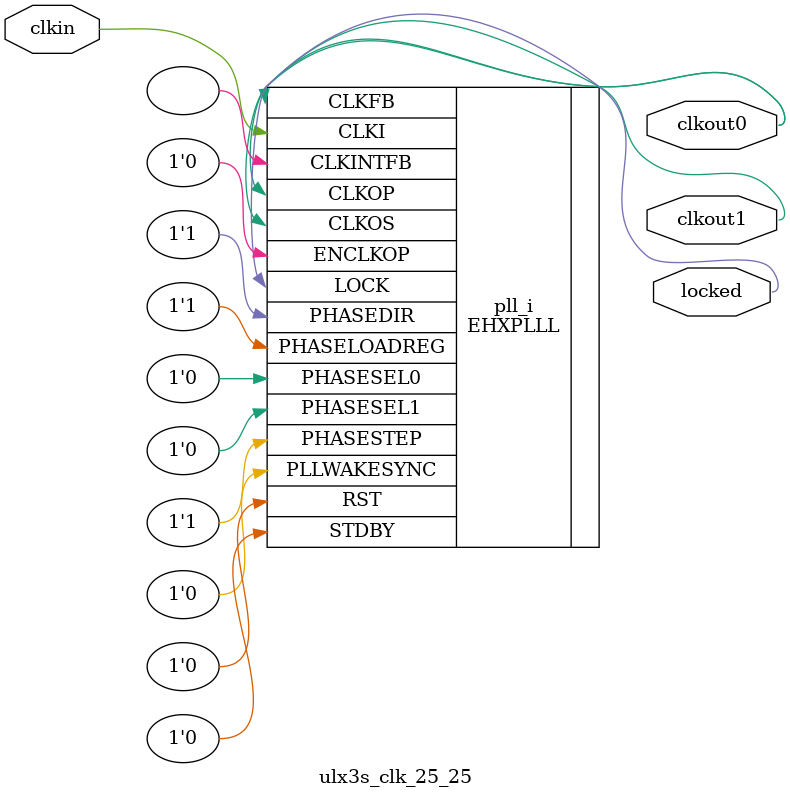
<source format=v>
module ulx3s_clk_25_25
(
    input clkin, // 25 MHz, 0 deg
    output clkout0, // 25 MHz, 0 deg
    output clkout1, // 25 MHz, 0 deg
    output locked
);
(* FREQUENCY_PIN_CLKI="25" *)
(* FREQUENCY_PIN_CLKOP="25" *)
(* FREQUENCY_PIN_CLKOS="25" *)
(* ICP_CURRENT="12" *) (* LPF_RESISTOR="8" *) (* MFG_ENABLE_FILTEROPAMP="1" *) (* MFG_GMCREF_SEL="2" *)
EHXPLLL #(
        .PLLRST_ENA("DISABLED"),
        .INTFB_WAKE("DISABLED"),
        .STDBY_ENABLE("DISABLED"),
        .DPHASE_SOURCE("DISABLED"),
        .OUTDIVIDER_MUXA("DIVA"),
        .OUTDIVIDER_MUXB("DIVB"),
        .OUTDIVIDER_MUXC("DIVC"),
        .OUTDIVIDER_MUXD("DIVD"),
        .CLKI_DIV(1),
        .CLKOP_ENABLE("ENABLED"),
        .CLKOP_DIV(24),
        .CLKOP_CPHASE(11),
        .CLKOP_FPHASE(0),
        .CLKOS_ENABLE("ENABLED"),
        .CLKOS_DIV(24),
        .CLKOS_CPHASE(11),
        .CLKOS_FPHASE(0),
        .FEEDBK_PATH("CLKOP"),
        .CLKFB_DIV(1)
    ) pll_i (
        .RST(1'b0),
        .STDBY(1'b0),
        .CLKI(clkin),
        .CLKOP(clkout0),
        .CLKOS(clkout1),
        .CLKFB(clkout0),
        .CLKINTFB(),
        .PHASESEL0(1'b0),
        .PHASESEL1(1'b0),
        .PHASEDIR(1'b1),
        .PHASESTEP(1'b1),
        .PHASELOADREG(1'b1),
        .PLLWAKESYNC(1'b0),
        .ENCLKOP(1'b0),
        .LOCK(locked)
	);
endmodule

</source>
